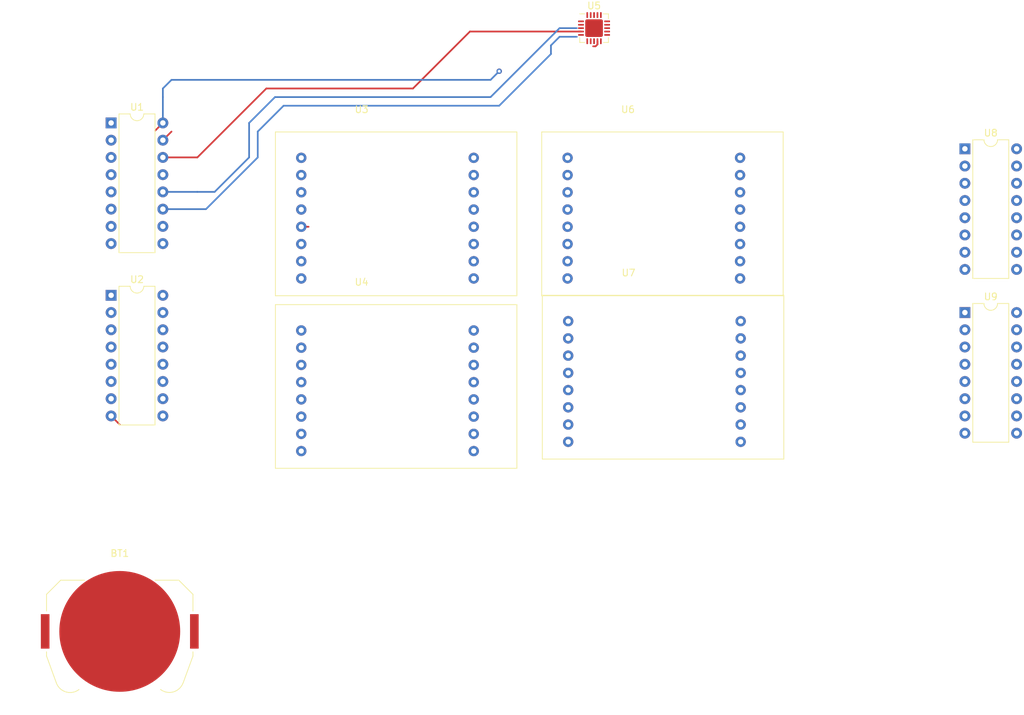
<source format=kicad_pcb>
(kicad_pcb (version 20171130) (host pcbnew "(5.1.5)-3")

  (general
    (thickness 1.6)
    (drawings 0)
    (tracks 36)
    (zones 0)
    (modules 10)
    (nets 97)
  )

  (page A4)
  (layers
    (0 F.Cu signal)
    (31 B.Cu signal)
    (32 B.Adhes user)
    (33 F.Adhes user)
    (34 B.Paste user)
    (35 F.Paste user)
    (36 B.SilkS user)
    (37 F.SilkS user)
    (38 B.Mask user)
    (39 F.Mask user)
    (40 Dwgs.User user)
    (41 Cmts.User user)
    (42 Eco1.User user)
    (43 Eco2.User user)
    (44 Edge.Cuts user)
    (45 Margin user)
    (46 B.CrtYd user)
    (47 F.CrtYd user)
    (48 B.Fab user)
    (49 F.Fab user)
  )

  (setup
    (last_trace_width 0.25)
    (trace_clearance 0.2)
    (zone_clearance 0.508)
    (zone_45_only no)
    (trace_min 0.2)
    (via_size 0.8)
    (via_drill 0.4)
    (via_min_size 0.4)
    (via_min_drill 0.3)
    (uvia_size 0.3)
    (uvia_drill 0.1)
    (uvias_allowed no)
    (uvia_min_size 0.2)
    (uvia_min_drill 0.1)
    (edge_width 0.05)
    (segment_width 0.2)
    (pcb_text_width 0.3)
    (pcb_text_size 1.5 1.5)
    (mod_edge_width 0.12)
    (mod_text_size 1 1)
    (mod_text_width 0.15)
    (pad_size 1.524 1.524)
    (pad_drill 0.762)
    (pad_to_mask_clearance 0.051)
    (solder_mask_min_width 0.25)
    (aux_axis_origin 0 0)
    (visible_elements 7FFFFFFF)
    (pcbplotparams
      (layerselection 0x010fc_ffffffff)
      (usegerberextensions false)
      (usegerberattributes false)
      (usegerberadvancedattributes false)
      (creategerberjobfile false)
      (excludeedgelayer true)
      (linewidth 0.100000)
      (plotframeref false)
      (viasonmask false)
      (mode 1)
      (useauxorigin false)
      (hpglpennumber 1)
      (hpglpenspeed 20)
      (hpglpendiameter 15.000000)
      (psnegative false)
      (psa4output false)
      (plotreference true)
      (plotvalue true)
      (plotinvisibletext false)
      (padsonsilk false)
      (subtractmaskfromsilk false)
      (outputformat 1)
      (mirror false)
      (drillshape 1)
      (scaleselection 1)
      (outputdirectory ""))
  )

  (net 0 "")
  (net 1 "Net-(BT1-Pad2)")
  (net 2 "Net-(BT1-Pad1)")
  (net 3 "Net-(U1-Pad1)")
  (net 4 "Net-(U1-Pad9)")
  (net 5 "Net-(U1-Pad2)")
  (net 6 "Net-(U1-Pad10)")
  (net 7 "Net-(U1-Pad3)")
  (net 8 "Net-(U1-Pad11)")
  (net 9 "Net-(U1-Pad4)")
  (net 10 "Net-(U1-Pad12)")
  (net 11 "Net-(U1-Pad5)")
  (net 12 "Net-(U1-Pad13)")
  (net 13 "Net-(U1-Pad6)")
  (net 14 "Net-(U1-Pad14)")
  (net 15 "Net-(U1-Pad7)")
  (net 16 "Net-(U1-Pad15)")
  (net 17 "Net-(U2-Pad15)")
  (net 18 "Net-(U2-Pad7)")
  (net 19 "Net-(U2-Pad6)")
  (net 20 "Net-(U2-Pad5)")
  (net 21 "Net-(U2-Pad12)")
  (net 22 "Net-(U2-Pad4)")
  (net 23 "Net-(U2-Pad11)")
  (net 24 "Net-(U2-Pad3)")
  (net 25 "Net-(U2-Pad2)")
  (net 26 "Net-(U2-Pad9)")
  (net 27 "Net-(U2-Pad1)")
  (net 28 "Net-(U3-Pad14)")
  (net 29 "Net-(U3-Pad13)")
  (net 30 "Net-(U3-Pad11)")
  (net 31 "Net-(U3-Pad7)")
  (net 32 "Net-(U3-Pad6)")
  (net 33 "Net-(U3-Pad4)")
  (net 34 "Net-(U3-Pad2)")
  (net 35 "Net-(U3-Pad1)")
  (net 36 "Net-(U4-Pad1)")
  (net 37 "Net-(U4-Pad2)")
  (net 38 "Net-(U4-Pad4)")
  (net 39 "Net-(U4-Pad6)")
  (net 40 "Net-(U4-Pad7)")
  (net 41 "Net-(U4-Pad11)")
  (net 42 "Net-(U4-Pad13)")
  (net 43 "Net-(U4-Pad14)")
  (net 44 GND)
  (net 45 "Net-(U5-Pad1)")
  (net 46 "Net-(U5-Pad2)")
  (net 47 "Net-(U5-Pad6)")
  (net 48 "Net-(U5-Pad7)")
  (net 49 "Net-(U5-Pad10)")
  (net 50 "Net-(U5-Pad11)")
  (net 51 "Net-(U5-Pad12)")
  (net 52 "Net-(U5-Pad13)")
  (net 53 "Net-(U5-Pad14)")
  (net 54 "Net-(U5-Pad15)")
  (net 55 "Net-(U5-Pad16)")
  (net 56 "Net-(U5-Pad17)")
  (net 57 "Net-(U5-Pad18)")
  (net 58 "Net-(U5-Pad19)")
  (net 59 "Net-(U5-Pad20)")
  (net 60 "Net-(U6-Pad1)")
  (net 61 "Net-(U6-Pad2)")
  (net 62 "Net-(U6-Pad3)")
  (net 63 "Net-(U6-Pad4)")
  (net 64 "Net-(U6-Pad5)")
  (net 65 "Net-(U6-Pad6)")
  (net 66 "Net-(U6-Pad7)")
  (net 67 "Net-(U6-Pad8)")
  (net 68 "Net-(U6-Pad9)")
  (net 69 "Net-(U6-Pad10)")
  (net 70 "Net-(U6-Pad11)")
  (net 71 "Net-(U6-Pad12)")
  (net 72 "Net-(U6-Pad13)")
  (net 73 "Net-(U6-Pad14)")
  (net 74 "Net-(U6-Pad15)")
  (net 75 "Net-(U6-Pad16)")
  (net 76 "Net-(U7-Pad16)")
  (net 77 "Net-(U7-Pad15)")
  (net 78 "Net-(U7-Pad14)")
  (net 79 "Net-(U7-Pad13)")
  (net 80 "Net-(U7-Pad12)")
  (net 81 "Net-(U7-Pad11)")
  (net 82 "Net-(U7-Pad10)")
  (net 83 "Net-(U7-Pad9)")
  (net 84 "Net-(U7-Pad8)")
  (net 85 "Net-(U7-Pad7)")
  (net 86 "Net-(U7-Pad6)")
  (net 87 "Net-(U7-Pad5)")
  (net 88 "Net-(U7-Pad4)")
  (net 89 "Net-(U7-Pad3)")
  (net 90 "Net-(U7-Pad2)")
  (net 91 "Net-(U7-Pad1)")
  (net 92 "Net-(U8-Pad9)")
  (net 93 "Net-(U8-Pad10)")
  (net 94 "Net-(U8-Pad13)")
  (net 95 "Net-(U8-Pad8)")
  (net 96 "Net-(U9-Pad9)")

  (net_class Default "This is the default net class."
    (clearance 0.2)
    (trace_width 0.25)
    (via_dia 0.8)
    (via_drill 0.4)
    (uvia_dia 0.3)
    (uvia_drill 0.1)
    (add_net GND)
    (add_net "Net-(BT1-Pad1)")
    (add_net "Net-(BT1-Pad2)")
    (add_net "Net-(U1-Pad1)")
    (add_net "Net-(U1-Pad10)")
    (add_net "Net-(U1-Pad11)")
    (add_net "Net-(U1-Pad12)")
    (add_net "Net-(U1-Pad13)")
    (add_net "Net-(U1-Pad14)")
    (add_net "Net-(U1-Pad15)")
    (add_net "Net-(U1-Pad2)")
    (add_net "Net-(U1-Pad3)")
    (add_net "Net-(U1-Pad4)")
    (add_net "Net-(U1-Pad5)")
    (add_net "Net-(U1-Pad6)")
    (add_net "Net-(U1-Pad7)")
    (add_net "Net-(U1-Pad9)")
    (add_net "Net-(U2-Pad1)")
    (add_net "Net-(U2-Pad11)")
    (add_net "Net-(U2-Pad12)")
    (add_net "Net-(U2-Pad15)")
    (add_net "Net-(U2-Pad2)")
    (add_net "Net-(U2-Pad3)")
    (add_net "Net-(U2-Pad4)")
    (add_net "Net-(U2-Pad5)")
    (add_net "Net-(U2-Pad6)")
    (add_net "Net-(U2-Pad7)")
    (add_net "Net-(U2-Pad9)")
    (add_net "Net-(U3-Pad1)")
    (add_net "Net-(U3-Pad11)")
    (add_net "Net-(U3-Pad13)")
    (add_net "Net-(U3-Pad14)")
    (add_net "Net-(U3-Pad2)")
    (add_net "Net-(U3-Pad4)")
    (add_net "Net-(U3-Pad6)")
    (add_net "Net-(U3-Pad7)")
    (add_net "Net-(U4-Pad1)")
    (add_net "Net-(U4-Pad11)")
    (add_net "Net-(U4-Pad13)")
    (add_net "Net-(U4-Pad14)")
    (add_net "Net-(U4-Pad2)")
    (add_net "Net-(U4-Pad4)")
    (add_net "Net-(U4-Pad6)")
    (add_net "Net-(U4-Pad7)")
    (add_net "Net-(U5-Pad1)")
    (add_net "Net-(U5-Pad10)")
    (add_net "Net-(U5-Pad11)")
    (add_net "Net-(U5-Pad12)")
    (add_net "Net-(U5-Pad13)")
    (add_net "Net-(U5-Pad14)")
    (add_net "Net-(U5-Pad15)")
    (add_net "Net-(U5-Pad16)")
    (add_net "Net-(U5-Pad17)")
    (add_net "Net-(U5-Pad18)")
    (add_net "Net-(U5-Pad19)")
    (add_net "Net-(U5-Pad2)")
    (add_net "Net-(U5-Pad20)")
    (add_net "Net-(U5-Pad6)")
    (add_net "Net-(U5-Pad7)")
    (add_net "Net-(U6-Pad1)")
    (add_net "Net-(U6-Pad10)")
    (add_net "Net-(U6-Pad11)")
    (add_net "Net-(U6-Pad12)")
    (add_net "Net-(U6-Pad13)")
    (add_net "Net-(U6-Pad14)")
    (add_net "Net-(U6-Pad15)")
    (add_net "Net-(U6-Pad16)")
    (add_net "Net-(U6-Pad2)")
    (add_net "Net-(U6-Pad3)")
    (add_net "Net-(U6-Pad4)")
    (add_net "Net-(U6-Pad5)")
    (add_net "Net-(U6-Pad6)")
    (add_net "Net-(U6-Pad7)")
    (add_net "Net-(U6-Pad8)")
    (add_net "Net-(U6-Pad9)")
    (add_net "Net-(U7-Pad1)")
    (add_net "Net-(U7-Pad10)")
    (add_net "Net-(U7-Pad11)")
    (add_net "Net-(U7-Pad12)")
    (add_net "Net-(U7-Pad13)")
    (add_net "Net-(U7-Pad14)")
    (add_net "Net-(U7-Pad15)")
    (add_net "Net-(U7-Pad16)")
    (add_net "Net-(U7-Pad2)")
    (add_net "Net-(U7-Pad3)")
    (add_net "Net-(U7-Pad4)")
    (add_net "Net-(U7-Pad5)")
    (add_net "Net-(U7-Pad6)")
    (add_net "Net-(U7-Pad7)")
    (add_net "Net-(U7-Pad8)")
    (add_net "Net-(U7-Pad9)")
    (add_net "Net-(U8-Pad10)")
    (add_net "Net-(U8-Pad13)")
    (add_net "Net-(U8-Pad8)")
    (add_net "Net-(U8-Pad9)")
    (add_net "Net-(U9-Pad9)")
  )

  (module led_mat:Game (layer F.Cu) (tedit 5E0A6665) (tstamp 5E0ABF54)
    (at 111.820001 86.420001)
    (path /5E0AF03D)
    (fp_text reference U3 (at -3.81 -27.44) (layer F.SilkS)
      (effects (font (size 1 1) (thickness 0.15)))
    )
    (fp_text value ledMAT (at -3.81 -28.44) (layer F.Fab)
      (effects (font (size 1 1) (thickness 0.15)))
    )
    (fp_line (start -16.51 0) (end -16.51 -24.13) (layer F.SilkS) (width 0.12))
    (fp_line (start 19.05 0) (end -16.51 0) (layer F.SilkS) (width 0.12))
    (fp_line (start 19.05 -24.13) (end 19.05 0) (layer F.SilkS) (width 0.12))
    (fp_line (start -16.51 -24.13) (end 19.05 -24.13) (layer F.SilkS) (width 0.12))
    (pad 16 thru_hole circle (at 12.7 -2.54) (size 1.524 1.524) (drill 0.762) (layers *.Cu *.Mask)
      (net 9 "Net-(U1-Pad4)"))
    (pad 15 thru_hole circle (at 12.7 -5.08) (size 1.524 1.524) (drill 0.762) (layers *.Cu *.Mask)
      (net 13 "Net-(U1-Pad6)"))
    (pad 14 thru_hole circle (at 12.7 -7.62) (size 1.524 1.524) (drill 0.762) (layers *.Cu *.Mask)
      (net 28 "Net-(U3-Pad14)"))
    (pad 13 thru_hole circle (at 12.7 -10.16) (size 1.524 1.524) (drill 0.762) (layers *.Cu *.Mask)
      (net 29 "Net-(U3-Pad13)"))
    (pad 12 thru_hole circle (at 12.7 -12.7) (size 1.524 1.524) (drill 0.762) (layers *.Cu *.Mask)
      (net 15 "Net-(U1-Pad7)"))
    (pad 11 thru_hole circle (at 12.7 -15.24) (size 1.524 1.524) (drill 0.762) (layers *.Cu *.Mask)
      (net 30 "Net-(U3-Pad11)"))
    (pad 10 thru_hole circle (at 12.7 -17.78) (size 1.524 1.524) (drill 0.762) (layers *.Cu *.Mask)
      (net 11 "Net-(U1-Pad5)"))
    (pad 9 thru_hole circle (at 12.7 -20.32) (size 1.524 1.524) (drill 0.762) (layers *.Cu *.Mask)
      (net 5 "Net-(U1-Pad2)"))
    (pad 8 thru_hole circle (at -12.7 -20.32) (size 1.524 1.524) (drill 0.762) (layers *.Cu *.Mask)
      (net 16 "Net-(U1-Pad15)"))
    (pad 7 thru_hole circle (at -12.7 -17.78) (size 1.524 1.524) (drill 0.762) (layers *.Cu *.Mask)
      (net 31 "Net-(U3-Pad7)"))
    (pad 6 thru_hole circle (at -12.7 -2.54) (size 1.524 1.524) (drill 0.762) (layers *.Cu *.Mask)
      (net 32 "Net-(U3-Pad6)"))
    (pad 5 thru_hole circle (at -12.7 -5.08) (size 1.524 1.524) (drill 0.762) (layers *.Cu *.Mask)
      (net 7 "Net-(U1-Pad3)"))
    (pad 4 thru_hole circle (at -12.7 -7.62) (size 1.524 1.524) (drill 0.762) (layers *.Cu *.Mask)
      (net 33 "Net-(U3-Pad4)"))
    (pad 3 thru_hole circle (at -12.7 -10.16) (size 1.524 1.524) (drill 0.762) (layers *.Cu *.Mask)
      (net 3 "Net-(U1-Pad1)"))
    (pad 2 thru_hole circle (at -12.7 -12.7) (size 1.524 1.524) (drill 0.762) (layers *.Cu *.Mask)
      (net 34 "Net-(U3-Pad2)"))
    (pad 1 thru_hole circle (at -12.7 -15.24) (size 1.524 1.524) (drill 0.762) (layers *.Cu *.Mask)
      (net 35 "Net-(U3-Pad1)"))
  )

  (module Battery:BatteryHolder_Keystone_3034_1x20mm (layer F.Cu) (tedit 5D9CBF18) (tstamp 5E0ABEF4)
    (at 72.39 135.89)
    (descr "Keystone 3034 SMD battery holder for 2020, 2025 and 2032 coincell batteries. http://www.keyelco.com/product-pdf.cfm?p=798")
    (tags "Keystone type 3034 coin cell retainer")
    (path /5E09AA81)
    (attr smd)
    (fp_text reference BT1 (at 0 -11.5) (layer F.SilkS)
      (effects (font (size 1 1) (thickness 0.15)))
    )
    (fp_text value Battery_Cell (at 0 11.5) (layer F.Fab)
      (effects (font (size 1 1) (thickness 0.15)))
    )
    (fp_text user %R (at 0 -2.9) (layer F.Fab)
      (effects (font (size 1 1) (thickness 0.15)))
    )
    (fp_circle (center 0 0) (end 0 10.25) (layer Dwgs.User) (width 0.15))
    (fp_arc (start -7.31 6.85) (end -9.34 7.58) (angle -107.5) (layer F.SilkS) (width 0.12))
    (fp_line (start -10.78 3.63) (end -9.34 7.58) (layer F.SilkS) (width 0.12))
    (fp_line (start -8.7 -7.54) (end -10.78 -5.46) (layer F.SilkS) (width 0.12))
    (fp_line (start -5.2 -7.54) (end -8.7 -7.54) (layer F.SilkS) (width 0.12))
    (fp_line (start 8.7 -7.54) (end 10.78 -5.46) (layer F.SilkS) (width 0.12))
    (fp_line (start 10.78 3.63) (end 9.34 7.58) (layer F.SilkS) (width 0.12))
    (fp_arc (start 7.31 6.85) (end 6 8.55) (angle -107.5) (layer F.SilkS) (width 0.12))
    (fp_line (start -10.78 -5.46) (end -10.78 -3) (layer F.SilkS) (width 0.12))
    (fp_line (start -10.78 3) (end -10.78 3.63) (layer F.SilkS) (width 0.12))
    (fp_line (start 10.78 -5.46) (end 10.78 -3) (layer F.SilkS) (width 0.12))
    (fp_line (start 10.78 3) (end 10.78 3.63) (layer F.SilkS) (width 0.12))
    (fp_line (start -9.19 7.53) (end -10.63 3.6) (layer F.Fab) (width 0.1))
    (fp_line (start -10.63 3.6) (end -10.63 -5.4) (layer F.Fab) (width 0.1))
    (fp_line (start -10.63 -5.4) (end -8.64 -7.39) (layer F.Fab) (width 0.1))
    (fp_line (start -8.64 -7.39) (end 8.64 -7.39) (layer F.Fab) (width 0.1))
    (fp_line (start 8.64 -7.39) (end 10.63 -5.4) (layer F.Fab) (width 0.1))
    (fp_line (start 10.63 -5.4) (end 10.63 3.6) (layer F.Fab) (width 0.1))
    (fp_line (start 10.63 3.6) (end 9.19 7.53) (layer F.Fab) (width 0.1))
    (fp_arc (start 7.31 6.85) (end 6.1 8.43) (angle -107.5) (layer F.Fab) (width 0.1))
    (fp_arc (start 0 16.36) (end 6.1 8.43) (angle -75.1) (layer F.Fab) (width 0.1))
    (fp_arc (start -7.31 6.85) (end -9.19 7.53) (angle -107.5) (layer F.Fab) (width 0.1))
    (fp_line (start 11.87 -2.79) (end 10.88 -2.79) (layer F.CrtYd) (width 0.05))
    (fp_line (start 10.88 -2.79) (end 10.88 -5.5) (layer F.CrtYd) (width 0.05))
    (fp_line (start 10.88 -5.5) (end 8.74 -7.64) (layer F.CrtYd) (width 0.05))
    (fp_line (start 8.74 -7.64) (end 7.2 -7.64) (layer F.CrtYd) (width 0.05))
    (fp_arc (start 0 0) (end 7.2 -7.64) (angle -86.6) (layer F.CrtYd) (width 0.05))
    (fp_line (start -7.2 -7.64) (end -8.74 -7.64) (layer F.CrtYd) (width 0.05))
    (fp_line (start -8.74 -7.64) (end -10.88 -5.5) (layer F.CrtYd) (width 0.05))
    (fp_line (start -10.88 -5.5) (end -10.88 -2.79) (layer F.CrtYd) (width 0.05))
    (fp_line (start -10.88 -2.79) (end -11.87 -2.79) (layer F.CrtYd) (width 0.05))
    (fp_line (start -11.87 -2.79) (end -11.87 2.79) (layer F.CrtYd) (width 0.05))
    (fp_line (start -11.87 2.79) (end -10.88 2.79) (layer F.CrtYd) (width 0.05))
    (fp_line (start -10.88 2.79) (end -10.88 3.64) (layer F.CrtYd) (width 0.05))
    (fp_line (start -10.88 3.64) (end -9.44 7.62) (layer F.CrtYd) (width 0.05))
    (fp_arc (start -7.31 6.85) (end -9.43 7.62) (angle -106.9) (layer F.CrtYd) (width 0.05))
    (fp_arc (start 0 0) (end -5.96 8.64) (angle -69.1) (layer F.CrtYd) (width 0.05))
    (fp_arc (start 7.31 6.85) (end 5.96 8.64) (angle -106.9) (layer F.CrtYd) (width 0.05))
    (fp_line (start 9.43 7.63) (end 10.88 3.64) (layer F.CrtYd) (width 0.05))
    (fp_line (start 10.88 3.64) (end 10.88 2.79) (layer F.CrtYd) (width 0.05))
    (fp_line (start 10.88 2.79) (end 11.87 2.79) (layer F.CrtYd) (width 0.05))
    (fp_line (start 11.87 2.79) (end 11.87 -2.79) (layer F.CrtYd) (width 0.05))
    (fp_line (start 8.7 -7.54) (end 5.2 -7.54) (layer F.SilkS) (width 0.12))
    (pad 2 smd circle (at 0 0) (size 17.8 17.8) (layers F.Cu F.Mask)
      (net 1 "Net-(BT1-Pad2)"))
    (pad 1 smd rect (at 10.985 0) (size 1.27 5.08) (layers F.Cu F.Paste F.Mask)
      (net 2 "Net-(BT1-Pad1)"))
    (pad 1 smd rect (at -10.985 0) (size 1.27 5.08) (layers F.Cu F.Paste F.Mask)
      (net 2 "Net-(BT1-Pad1)"))
    (model ${KISYS3DMOD}/Battery.3dshapes/BatteryHolder_Keystone_3034_1x20mm.wrl
      (at (xyz 0 0 0))
      (scale (xyz 1 1 1))
      (rotate (xyz 0 0 0))
    )
  )

  (module Package_DIP:DIP-16_W7.62mm (layer F.Cu) (tedit 5A02E8C5) (tstamp 5E0ABF18)
    (at 71.12 60.96)
    (descr "16-lead though-hole mounted DIP package, row spacing 7.62 mm (300 mils)")
    (tags "THT DIP DIL PDIP 2.54mm 7.62mm 300mil")
    (path /5E0B7543)
    (fp_text reference U1 (at 3.81 -2.33) (layer F.SilkS)
      (effects (font (size 1 1) (thickness 0.15)))
    )
    (fp_text value 74HC595 (at 3.81 20.11) (layer F.Fab)
      (effects (font (size 1 1) (thickness 0.15)))
    )
    (fp_arc (start 3.81 -1.33) (end 2.81 -1.33) (angle -180) (layer F.SilkS) (width 0.12))
    (fp_line (start 1.635 -1.27) (end 6.985 -1.27) (layer F.Fab) (width 0.1))
    (fp_line (start 6.985 -1.27) (end 6.985 19.05) (layer F.Fab) (width 0.1))
    (fp_line (start 6.985 19.05) (end 0.635 19.05) (layer F.Fab) (width 0.1))
    (fp_line (start 0.635 19.05) (end 0.635 -0.27) (layer F.Fab) (width 0.1))
    (fp_line (start 0.635 -0.27) (end 1.635 -1.27) (layer F.Fab) (width 0.1))
    (fp_line (start 2.81 -1.33) (end 1.16 -1.33) (layer F.SilkS) (width 0.12))
    (fp_line (start 1.16 -1.33) (end 1.16 19.11) (layer F.SilkS) (width 0.12))
    (fp_line (start 1.16 19.11) (end 6.46 19.11) (layer F.SilkS) (width 0.12))
    (fp_line (start 6.46 19.11) (end 6.46 -1.33) (layer F.SilkS) (width 0.12))
    (fp_line (start 6.46 -1.33) (end 4.81 -1.33) (layer F.SilkS) (width 0.12))
    (fp_line (start -1.1 -1.55) (end -1.1 19.3) (layer F.CrtYd) (width 0.05))
    (fp_line (start -1.1 19.3) (end 8.7 19.3) (layer F.CrtYd) (width 0.05))
    (fp_line (start 8.7 19.3) (end 8.7 -1.55) (layer F.CrtYd) (width 0.05))
    (fp_line (start 8.7 -1.55) (end -1.1 -1.55) (layer F.CrtYd) (width 0.05))
    (fp_text user %R (at -15.24 12.7) (layer F.Fab)
      (effects (font (size 1 1) (thickness 0.15)))
    )
    (pad 1 thru_hole rect (at 0 0) (size 1.6 1.6) (drill 0.8) (layers *.Cu *.Mask)
      (net 3 "Net-(U1-Pad1)"))
    (pad 9 thru_hole oval (at 7.62 17.78) (size 1.6 1.6) (drill 0.8) (layers *.Cu *.Mask)
      (net 4 "Net-(U1-Pad9)"))
    (pad 2 thru_hole oval (at 0 2.54) (size 1.6 1.6) (drill 0.8) (layers *.Cu *.Mask)
      (net 5 "Net-(U1-Pad2)"))
    (pad 10 thru_hole oval (at 7.62 15.24) (size 1.6 1.6) (drill 0.8) (layers *.Cu *.Mask)
      (net 6 "Net-(U1-Pad10)"))
    (pad 3 thru_hole oval (at 0 5.08) (size 1.6 1.6) (drill 0.8) (layers *.Cu *.Mask)
      (net 7 "Net-(U1-Pad3)"))
    (pad 11 thru_hole oval (at 7.62 12.7) (size 1.6 1.6) (drill 0.8) (layers *.Cu *.Mask)
      (net 8 "Net-(U1-Pad11)"))
    (pad 4 thru_hole oval (at 0 7.62) (size 1.6 1.6) (drill 0.8) (layers *.Cu *.Mask)
      (net 9 "Net-(U1-Pad4)"))
    (pad 12 thru_hole oval (at 7.62 10.16) (size 1.6 1.6) (drill 0.8) (layers *.Cu *.Mask)
      (net 10 "Net-(U1-Pad12)"))
    (pad 5 thru_hole oval (at 0 10.16) (size 1.6 1.6) (drill 0.8) (layers *.Cu *.Mask)
      (net 11 "Net-(U1-Pad5)"))
    (pad 13 thru_hole oval (at 7.62 7.62) (size 1.6 1.6) (drill 0.8) (layers *.Cu *.Mask)
      (net 12 "Net-(U1-Pad13)"))
    (pad 6 thru_hole oval (at 0 12.7) (size 1.6 1.6) (drill 0.8) (layers *.Cu *.Mask)
      (net 13 "Net-(U1-Pad6)"))
    (pad 14 thru_hole oval (at 7.62 5.08) (size 1.6 1.6) (drill 0.8) (layers *.Cu *.Mask)
      (net 14 "Net-(U1-Pad14)"))
    (pad 7 thru_hole oval (at 0 15.24) (size 1.6 1.6) (drill 0.8) (layers *.Cu *.Mask)
      (net 15 "Net-(U1-Pad7)"))
    (pad 15 thru_hole oval (at 7.62 2.54) (size 1.6 1.6) (drill 0.8) (layers *.Cu *.Mask)
      (net 16 "Net-(U1-Pad15)"))
    (pad 8 thru_hole oval (at 0 17.78) (size 1.6 1.6) (drill 0.8) (layers *.Cu *.Mask)
      (net 1 "Net-(BT1-Pad2)"))
    (pad 16 thru_hole oval (at 7.62 0) (size 1.6 1.6) (drill 0.8) (layers *.Cu *.Mask)
      (net 2 "Net-(BT1-Pad1)"))
    (model ${KISYS3DMOD}/Package_DIP.3dshapes/DIP-16_W7.62mm.wrl
      (at (xyz 0 0 0))
      (scale (xyz 1 1 1))
      (rotate (xyz 0 0 0))
    )
  )

  (module Package_DIP:DIP-16_W7.62mm (layer F.Cu) (tedit 5A02E8C5) (tstamp 5E0ABF3C)
    (at 71.12 86.36)
    (descr "16-lead though-hole mounted DIP package, row spacing 7.62 mm (300 mils)")
    (tags "THT DIP DIL PDIP 2.54mm 7.62mm 300mil")
    (path /5E0BB138)
    (fp_text reference U2 (at 3.81 -2.33) (layer F.SilkS)
      (effects (font (size 1 1) (thickness 0.15)))
    )
    (fp_text value 74HC595 (at 3.81 20.11) (layer F.Fab)
      (effects (font (size 1 1) (thickness 0.15)))
    )
    (fp_text user %R (at 3.81 8.89) (layer F.Fab)
      (effects (font (size 1 1) (thickness 0.15)))
    )
    (fp_line (start 8.7 -1.55) (end -1.1 -1.55) (layer F.CrtYd) (width 0.05))
    (fp_line (start 8.7 19.3) (end 8.7 -1.55) (layer F.CrtYd) (width 0.05))
    (fp_line (start -1.1 19.3) (end 8.7 19.3) (layer F.CrtYd) (width 0.05))
    (fp_line (start -1.1 -1.55) (end -1.1 19.3) (layer F.CrtYd) (width 0.05))
    (fp_line (start 6.46 -1.33) (end 4.81 -1.33) (layer F.SilkS) (width 0.12))
    (fp_line (start 6.46 19.11) (end 6.46 -1.33) (layer F.SilkS) (width 0.12))
    (fp_line (start 1.16 19.11) (end 6.46 19.11) (layer F.SilkS) (width 0.12))
    (fp_line (start 1.16 -1.33) (end 1.16 19.11) (layer F.SilkS) (width 0.12))
    (fp_line (start 2.81 -1.33) (end 1.16 -1.33) (layer F.SilkS) (width 0.12))
    (fp_line (start 0.635 -0.27) (end 1.635 -1.27) (layer F.Fab) (width 0.1))
    (fp_line (start 0.635 19.05) (end 0.635 -0.27) (layer F.Fab) (width 0.1))
    (fp_line (start 6.985 19.05) (end 0.635 19.05) (layer F.Fab) (width 0.1))
    (fp_line (start 6.985 -1.27) (end 6.985 19.05) (layer F.Fab) (width 0.1))
    (fp_line (start 1.635 -1.27) (end 6.985 -1.27) (layer F.Fab) (width 0.1))
    (fp_arc (start 3.81 -1.33) (end 2.81 -1.33) (angle -180) (layer F.SilkS) (width 0.12))
    (pad 16 thru_hole oval (at 7.62 0) (size 1.6 1.6) (drill 0.8) (layers *.Cu *.Mask)
      (net 2 "Net-(BT1-Pad1)"))
    (pad 8 thru_hole oval (at 0 17.78) (size 1.6 1.6) (drill 0.8) (layers *.Cu *.Mask)
      (net 1 "Net-(BT1-Pad2)"))
    (pad 15 thru_hole oval (at 7.62 2.54) (size 1.6 1.6) (drill 0.8) (layers *.Cu *.Mask)
      (net 17 "Net-(U2-Pad15)"))
    (pad 7 thru_hole oval (at 0 15.24) (size 1.6 1.6) (drill 0.8) (layers *.Cu *.Mask)
      (net 18 "Net-(U2-Pad7)"))
    (pad 14 thru_hole oval (at 7.62 5.08) (size 1.6 1.6) (drill 0.8) (layers *.Cu *.Mask)
      (net 4 "Net-(U1-Pad9)"))
    (pad 6 thru_hole oval (at 0 12.7) (size 1.6 1.6) (drill 0.8) (layers *.Cu *.Mask)
      (net 19 "Net-(U2-Pad6)"))
    (pad 13 thru_hole oval (at 7.62 7.62) (size 1.6 1.6) (drill 0.8) (layers *.Cu *.Mask)
      (net 12 "Net-(U1-Pad13)"))
    (pad 5 thru_hole oval (at 0 10.16) (size 1.6 1.6) (drill 0.8) (layers *.Cu *.Mask)
      (net 20 "Net-(U2-Pad5)"))
    (pad 12 thru_hole oval (at 7.62 10.16) (size 1.6 1.6) (drill 0.8) (layers *.Cu *.Mask)
      (net 21 "Net-(U2-Pad12)"))
    (pad 4 thru_hole oval (at 0 7.62) (size 1.6 1.6) (drill 0.8) (layers *.Cu *.Mask)
      (net 22 "Net-(U2-Pad4)"))
    (pad 11 thru_hole oval (at 7.62 12.7) (size 1.6 1.6) (drill 0.8) (layers *.Cu *.Mask)
      (net 23 "Net-(U2-Pad11)"))
    (pad 3 thru_hole oval (at 0 5.08) (size 1.6 1.6) (drill 0.8) (layers *.Cu *.Mask)
      (net 24 "Net-(U2-Pad3)"))
    (pad 10 thru_hole oval (at 7.62 15.24) (size 1.6 1.6) (drill 0.8) (layers *.Cu *.Mask)
      (net 6 "Net-(U1-Pad10)"))
    (pad 2 thru_hole oval (at 0 2.54) (size 1.6 1.6) (drill 0.8) (layers *.Cu *.Mask)
      (net 25 "Net-(U2-Pad2)"))
    (pad 9 thru_hole oval (at 7.62 17.78) (size 1.6 1.6) (drill 0.8) (layers *.Cu *.Mask)
      (net 26 "Net-(U2-Pad9)"))
    (pad 1 thru_hole rect (at 0 0) (size 1.6 1.6) (drill 0.8) (layers *.Cu *.Mask)
      (net 27 "Net-(U2-Pad1)"))
    (model ${KISYS3DMOD}/Package_DIP.3dshapes/DIP-16_W7.62mm.wrl
      (at (xyz 0 0 0))
      (scale (xyz 1 1 1))
      (rotate (xyz 0 0 0))
    )
  )

  (module led_mat:Game (layer F.Cu) (tedit 5E0A6665) (tstamp 5E0ABF6C)
    (at 111.820001 111.860001)
    (path /5E0AE3FB)
    (fp_text reference U4 (at -3.81 -27.44) (layer F.SilkS)
      (effects (font (size 1 1) (thickness 0.15)))
    )
    (fp_text value ledMAT (at -3.81 -28.44) (layer F.Fab)
      (effects (font (size 1 1) (thickness 0.15)))
    )
    (fp_line (start -16.51 -24.13) (end 19.05 -24.13) (layer F.SilkS) (width 0.12))
    (fp_line (start 19.05 -24.13) (end 19.05 0) (layer F.SilkS) (width 0.12))
    (fp_line (start 19.05 0) (end -16.51 0) (layer F.SilkS) (width 0.12))
    (fp_line (start -16.51 0) (end -16.51 -24.13) (layer F.SilkS) (width 0.12))
    (pad 1 thru_hole circle (at -12.7 -15.24) (size 1.524 1.524) (drill 0.762) (layers *.Cu *.Mask)
      (net 36 "Net-(U4-Pad1)"))
    (pad 2 thru_hole circle (at -12.7 -12.7) (size 1.524 1.524) (drill 0.762) (layers *.Cu *.Mask)
      (net 37 "Net-(U4-Pad2)"))
    (pad 3 thru_hole circle (at -12.7 -10.16) (size 1.524 1.524) (drill 0.762) (layers *.Cu *.Mask)
      (net 27 "Net-(U2-Pad1)"))
    (pad 4 thru_hole circle (at -12.7 -7.62) (size 1.524 1.524) (drill 0.762) (layers *.Cu *.Mask)
      (net 38 "Net-(U4-Pad4)"))
    (pad 5 thru_hole circle (at -12.7 -5.08) (size 1.524 1.524) (drill 0.762) (layers *.Cu *.Mask)
      (net 24 "Net-(U2-Pad3)"))
    (pad 6 thru_hole circle (at -12.7 -2.54) (size 1.524 1.524) (drill 0.762) (layers *.Cu *.Mask)
      (net 39 "Net-(U4-Pad6)"))
    (pad 7 thru_hole circle (at -12.7 -17.78) (size 1.524 1.524) (drill 0.762) (layers *.Cu *.Mask)
      (net 40 "Net-(U4-Pad7)"))
    (pad 8 thru_hole circle (at -12.7 -20.32) (size 1.524 1.524) (drill 0.762) (layers *.Cu *.Mask)
      (net 17 "Net-(U2-Pad15)"))
    (pad 9 thru_hole circle (at 12.7 -20.32) (size 1.524 1.524) (drill 0.762) (layers *.Cu *.Mask)
      (net 25 "Net-(U2-Pad2)"))
    (pad 10 thru_hole circle (at 12.7 -17.78) (size 1.524 1.524) (drill 0.762) (layers *.Cu *.Mask)
      (net 20 "Net-(U2-Pad5)"))
    (pad 11 thru_hole circle (at 12.7 -15.24) (size 1.524 1.524) (drill 0.762) (layers *.Cu *.Mask)
      (net 41 "Net-(U4-Pad11)"))
    (pad 12 thru_hole circle (at 12.7 -12.7) (size 1.524 1.524) (drill 0.762) (layers *.Cu *.Mask)
      (net 18 "Net-(U2-Pad7)"))
    (pad 13 thru_hole circle (at 12.7 -10.16) (size 1.524 1.524) (drill 0.762) (layers *.Cu *.Mask)
      (net 42 "Net-(U4-Pad13)"))
    (pad 14 thru_hole circle (at 12.7 -7.62) (size 1.524 1.524) (drill 0.762) (layers *.Cu *.Mask)
      (net 43 "Net-(U4-Pad14)"))
    (pad 15 thru_hole circle (at 12.7 -5.08) (size 1.524 1.524) (drill 0.762) (layers *.Cu *.Mask)
      (net 19 "Net-(U2-Pad6)"))
    (pad 16 thru_hole circle (at 12.7 -2.54) (size 1.524 1.524) (drill 0.762) (layers *.Cu *.Mask)
      (net 22 "Net-(U2-Pad4)"))
  )

  (module Package_DFN_QFN:QFN-20-1EP_4x4mm_P0.5mm_EP2.6x2.6mm (layer F.Cu) (tedit 5C1FE963) (tstamp 5E0ABF9A)
    (at 142.24 46.99)
    (descr "QFN, 20 Pin (http://ww1.microchip.com/downloads/en/DeviceDoc/doc2535.pdf#page=164), generated with kicad-footprint-generator ipc_dfn_qfn_generator.py")
    (tags "QFN DFN_QFN")
    (path /5E099A48)
    (attr smd)
    (fp_text reference U5 (at 0 -3.3) (layer F.SilkS)
      (effects (font (size 1 1) (thickness 0.15)))
    )
    (fp_text value ATtiny24A-MU (at 0 3.3) (layer F.Fab)
      (effects (font (size 1 1) (thickness 0.15)))
    )
    (fp_line (start 1.385 -2.11) (end 2.11 -2.11) (layer F.SilkS) (width 0.12))
    (fp_line (start 2.11 -2.11) (end 2.11 -1.385) (layer F.SilkS) (width 0.12))
    (fp_line (start -1.385 2.11) (end -2.11 2.11) (layer F.SilkS) (width 0.12))
    (fp_line (start -2.11 2.11) (end -2.11 1.385) (layer F.SilkS) (width 0.12))
    (fp_line (start 1.385 2.11) (end 2.11 2.11) (layer F.SilkS) (width 0.12))
    (fp_line (start 2.11 2.11) (end 2.11 1.385) (layer F.SilkS) (width 0.12))
    (fp_line (start -1.385 -2.11) (end -2.11 -2.11) (layer F.SilkS) (width 0.12))
    (fp_line (start -1 -2) (end 2 -2) (layer F.Fab) (width 0.1))
    (fp_line (start 2 -2) (end 2 2) (layer F.Fab) (width 0.1))
    (fp_line (start 2 2) (end -2 2) (layer F.Fab) (width 0.1))
    (fp_line (start -2 2) (end -2 -1) (layer F.Fab) (width 0.1))
    (fp_line (start -2 -1) (end -1 -2) (layer F.Fab) (width 0.1))
    (fp_line (start -2.6 -2.6) (end -2.6 2.6) (layer F.CrtYd) (width 0.05))
    (fp_line (start -2.6 2.6) (end 2.6 2.6) (layer F.CrtYd) (width 0.05))
    (fp_line (start 2.6 2.6) (end 2.6 -2.6) (layer F.CrtYd) (width 0.05))
    (fp_line (start 2.6 -2.6) (end -2.6 -2.6) (layer F.CrtYd) (width 0.05))
    (fp_text user %R (at 0 0) (layer F.Fab)
      (effects (font (size 1 1) (thickness 0.15)))
    )
    (pad 21 smd roundrect (at 0 0) (size 2.6 2.6) (layers F.Cu F.Mask) (roundrect_rratio 0.096154)
      (net 44 GND))
    (pad "" smd roundrect (at -0.65 -0.65) (size 1.05 1.05) (layers F.Paste) (roundrect_rratio 0.238095))
    (pad "" smd roundrect (at -0.65 0.65) (size 1.05 1.05) (layers F.Paste) (roundrect_rratio 0.238095))
    (pad "" smd roundrect (at 0.65 -0.65) (size 1.05 1.05) (layers F.Paste) (roundrect_rratio 0.238095))
    (pad "" smd roundrect (at 0.65 0.65) (size 1.05 1.05) (layers F.Paste) (roundrect_rratio 0.238095))
    (pad 1 smd roundrect (at -1.925 -1) (size 0.85 0.25) (layers F.Cu F.Paste F.Mask) (roundrect_rratio 0.25)
      (net 45 "Net-(U5-Pad1)"))
    (pad 2 smd roundrect (at -1.925 -0.5) (size 0.85 0.25) (layers F.Cu F.Paste F.Mask) (roundrect_rratio 0.25)
      (net 46 "Net-(U5-Pad2)"))
    (pad 3 smd roundrect (at -1.925 0) (size 0.85 0.25) (layers F.Cu F.Paste F.Mask) (roundrect_rratio 0.25)
      (net 10 "Net-(U1-Pad12)"))
    (pad 4 smd roundrect (at -1.925 0.5) (size 0.85 0.25) (layers F.Cu F.Paste F.Mask) (roundrect_rratio 0.25)
      (net 14 "Net-(U1-Pad14)"))
    (pad 5 smd roundrect (at -1.925 1) (size 0.85 0.25) (layers F.Cu F.Paste F.Mask) (roundrect_rratio 0.25)
      (net 8 "Net-(U1-Pad11)"))
    (pad 6 smd roundrect (at -1 1.925) (size 0.25 0.85) (layers F.Cu F.Paste F.Mask) (roundrect_rratio 0.25)
      (net 47 "Net-(U5-Pad6)"))
    (pad 7 smd roundrect (at -0.5 1.925) (size 0.25 0.85) (layers F.Cu F.Paste F.Mask) (roundrect_rratio 0.25)
      (net 48 "Net-(U5-Pad7)"))
    (pad 8 smd roundrect (at 0 1.925) (size 0.25 0.85) (layers F.Cu F.Paste F.Mask) (roundrect_rratio 0.25)
      (net 44 GND))
    (pad 9 smd roundrect (at 0.5 1.925) (size 0.25 0.85) (layers F.Cu F.Paste F.Mask) (roundrect_rratio 0.25)
      (net 2 "Net-(BT1-Pad1)"))
    (pad 10 smd roundrect (at 1 1.925) (size 0.25 0.85) (layers F.Cu F.Paste F.Mask) (roundrect_rratio 0.25)
      (net 49 "Net-(U5-Pad10)"))
    (pad 11 smd roundrect (at 1.925 1) (size 0.85 0.25) (layers F.Cu F.Paste F.Mask) (roundrect_rratio 0.25)
      (net 50 "Net-(U5-Pad11)"))
    (pad 12 smd roundrect (at 1.925 0.5) (size 0.85 0.25) (layers F.Cu F.Paste F.Mask) (roundrect_rratio 0.25)
      (net 51 "Net-(U5-Pad12)"))
    (pad 13 smd roundrect (at 1.925 0) (size 0.85 0.25) (layers F.Cu F.Paste F.Mask) (roundrect_rratio 0.25)
      (net 52 "Net-(U5-Pad13)"))
    (pad 14 smd roundrect (at 1.925 -0.5) (size 0.85 0.25) (layers F.Cu F.Paste F.Mask) (roundrect_rratio 0.25)
      (net 53 "Net-(U5-Pad14)"))
    (pad 15 smd roundrect (at 1.925 -1) (size 0.85 0.25) (layers F.Cu F.Paste F.Mask) (roundrect_rratio 0.25)
      (net 54 "Net-(U5-Pad15)"))
    (pad 16 smd roundrect (at 1 -1.925) (size 0.25 0.85) (layers F.Cu F.Paste F.Mask) (roundrect_rratio 0.25)
      (net 55 "Net-(U5-Pad16)"))
    (pad 17 smd roundrect (at 0.5 -1.925) (size 0.25 0.85) (layers F.Cu F.Paste F.Mask) (roundrect_rratio 0.25)
      (net 56 "Net-(U5-Pad17)"))
    (pad 18 smd roundrect (at 0 -1.925) (size 0.25 0.85) (layers F.Cu F.Paste F.Mask) (roundrect_rratio 0.25)
      (net 57 "Net-(U5-Pad18)"))
    (pad 19 smd roundrect (at -0.5 -1.925) (size 0.25 0.85) (layers F.Cu F.Paste F.Mask) (roundrect_rratio 0.25)
      (net 58 "Net-(U5-Pad19)"))
    (pad 20 smd roundrect (at -1 -1.925) (size 0.25 0.85) (layers F.Cu F.Paste F.Mask) (roundrect_rratio 0.25)
      (net 59 "Net-(U5-Pad20)"))
    (model ${KISYS3DMOD}/Package_DFN_QFN.3dshapes/QFN-20-1EP_4x4mm_P0.5mm_EP2.6x2.6mm.wrl
      (at (xyz 0 0 0))
      (scale (xyz 1 1 1))
      (rotate (xyz 0 0 0))
    )
  )

  (module led_mat:Game (layer F.Cu) (tedit 5E0A6665) (tstamp 5E0ABFB2)
    (at 151.040001 86.420001)
    (path /5E0AC235)
    (fp_text reference U6 (at -3.81 -27.44) (layer F.SilkS)
      (effects (font (size 1 1) (thickness 0.15)))
    )
    (fp_text value ledMAT (at -3.81 -28.44) (layer F.Fab)
      (effects (font (size 1 1) (thickness 0.15)))
    )
    (fp_line (start -16.51 -24.13) (end 19.05 -24.13) (layer F.SilkS) (width 0.12))
    (fp_line (start 19.05 -24.13) (end 19.05 0) (layer F.SilkS) (width 0.12))
    (fp_line (start 19.05 0) (end -16.51 0) (layer F.SilkS) (width 0.12))
    (fp_line (start -16.51 0) (end -16.51 -24.13) (layer F.SilkS) (width 0.12))
    (pad 1 thru_hole circle (at -12.7 -15.24) (size 1.524 1.524) (drill 0.762) (layers *.Cu *.Mask)
      (net 60 "Net-(U6-Pad1)"))
    (pad 2 thru_hole circle (at -12.7 -12.7) (size 1.524 1.524) (drill 0.762) (layers *.Cu *.Mask)
      (net 61 "Net-(U6-Pad2)"))
    (pad 3 thru_hole circle (at -12.7 -10.16) (size 1.524 1.524) (drill 0.762) (layers *.Cu *.Mask)
      (net 62 "Net-(U6-Pad3)"))
    (pad 4 thru_hole circle (at -12.7 -7.62) (size 1.524 1.524) (drill 0.762) (layers *.Cu *.Mask)
      (net 63 "Net-(U6-Pad4)"))
    (pad 5 thru_hole circle (at -12.7 -5.08) (size 1.524 1.524) (drill 0.762) (layers *.Cu *.Mask)
      (net 64 "Net-(U6-Pad5)"))
    (pad 6 thru_hole circle (at -12.7 -2.54) (size 1.524 1.524) (drill 0.762) (layers *.Cu *.Mask)
      (net 65 "Net-(U6-Pad6)"))
    (pad 7 thru_hole circle (at -12.7 -17.78) (size 1.524 1.524) (drill 0.762) (layers *.Cu *.Mask)
      (net 66 "Net-(U6-Pad7)"))
    (pad 8 thru_hole circle (at -12.7 -20.32) (size 1.524 1.524) (drill 0.762) (layers *.Cu *.Mask)
      (net 67 "Net-(U6-Pad8)"))
    (pad 9 thru_hole circle (at 12.7 -20.32) (size 1.524 1.524) (drill 0.762) (layers *.Cu *.Mask)
      (net 68 "Net-(U6-Pad9)"))
    (pad 10 thru_hole circle (at 12.7 -17.78) (size 1.524 1.524) (drill 0.762) (layers *.Cu *.Mask)
      (net 69 "Net-(U6-Pad10)"))
    (pad 11 thru_hole circle (at 12.7 -15.24) (size 1.524 1.524) (drill 0.762) (layers *.Cu *.Mask)
      (net 70 "Net-(U6-Pad11)"))
    (pad 12 thru_hole circle (at 12.7 -12.7) (size 1.524 1.524) (drill 0.762) (layers *.Cu *.Mask)
      (net 71 "Net-(U6-Pad12)"))
    (pad 13 thru_hole circle (at 12.7 -10.16) (size 1.524 1.524) (drill 0.762) (layers *.Cu *.Mask)
      (net 72 "Net-(U6-Pad13)"))
    (pad 14 thru_hole circle (at 12.7 -7.62) (size 1.524 1.524) (drill 0.762) (layers *.Cu *.Mask)
      (net 73 "Net-(U6-Pad14)"))
    (pad 15 thru_hole circle (at 12.7 -5.08) (size 1.524 1.524) (drill 0.762) (layers *.Cu *.Mask)
      (net 74 "Net-(U6-Pad15)"))
    (pad 16 thru_hole circle (at 12.7 -2.54) (size 1.524 1.524) (drill 0.762) (layers *.Cu *.Mask)
      (net 75 "Net-(U6-Pad16)"))
  )

  (module led_mat:Game (layer F.Cu) (tedit 5E0A6665) (tstamp 5E0ABFCA)
    (at 151.13 110.49)
    (path /5E0ADB76)
    (fp_text reference U7 (at -3.81 -27.44) (layer F.SilkS)
      (effects (font (size 1 1) (thickness 0.15)))
    )
    (fp_text value ledMAT (at -3.81 -28.44) (layer F.Fab)
      (effects (font (size 1 1) (thickness 0.15)))
    )
    (fp_line (start -16.51 0) (end -16.51 -24.13) (layer F.SilkS) (width 0.12))
    (fp_line (start 19.05 0) (end -16.51 0) (layer F.SilkS) (width 0.12))
    (fp_line (start 19.05 -24.13) (end 19.05 0) (layer F.SilkS) (width 0.12))
    (fp_line (start -16.51 -24.13) (end 19.05 -24.13) (layer F.SilkS) (width 0.12))
    (pad 16 thru_hole circle (at 12.7 -2.54) (size 1.524 1.524) (drill 0.762) (layers *.Cu *.Mask)
      (net 76 "Net-(U7-Pad16)"))
    (pad 15 thru_hole circle (at 12.7 -5.08) (size 1.524 1.524) (drill 0.762) (layers *.Cu *.Mask)
      (net 77 "Net-(U7-Pad15)"))
    (pad 14 thru_hole circle (at 12.7 -7.62) (size 1.524 1.524) (drill 0.762) (layers *.Cu *.Mask)
      (net 78 "Net-(U7-Pad14)"))
    (pad 13 thru_hole circle (at 12.7 -10.16) (size 1.524 1.524) (drill 0.762) (layers *.Cu *.Mask)
      (net 79 "Net-(U7-Pad13)"))
    (pad 12 thru_hole circle (at 12.7 -12.7) (size 1.524 1.524) (drill 0.762) (layers *.Cu *.Mask)
      (net 80 "Net-(U7-Pad12)"))
    (pad 11 thru_hole circle (at 12.7 -15.24) (size 1.524 1.524) (drill 0.762) (layers *.Cu *.Mask)
      (net 81 "Net-(U7-Pad11)"))
    (pad 10 thru_hole circle (at 12.7 -17.78) (size 1.524 1.524) (drill 0.762) (layers *.Cu *.Mask)
      (net 82 "Net-(U7-Pad10)"))
    (pad 9 thru_hole circle (at 12.7 -20.32) (size 1.524 1.524) (drill 0.762) (layers *.Cu *.Mask)
      (net 83 "Net-(U7-Pad9)"))
    (pad 8 thru_hole circle (at -12.7 -20.32) (size 1.524 1.524) (drill 0.762) (layers *.Cu *.Mask)
      (net 84 "Net-(U7-Pad8)"))
    (pad 7 thru_hole circle (at -12.7 -17.78) (size 1.524 1.524) (drill 0.762) (layers *.Cu *.Mask)
      (net 85 "Net-(U7-Pad7)"))
    (pad 6 thru_hole circle (at -12.7 -2.54) (size 1.524 1.524) (drill 0.762) (layers *.Cu *.Mask)
      (net 86 "Net-(U7-Pad6)"))
    (pad 5 thru_hole circle (at -12.7 -5.08) (size 1.524 1.524) (drill 0.762) (layers *.Cu *.Mask)
      (net 87 "Net-(U7-Pad5)"))
    (pad 4 thru_hole circle (at -12.7 -7.62) (size 1.524 1.524) (drill 0.762) (layers *.Cu *.Mask)
      (net 88 "Net-(U7-Pad4)"))
    (pad 3 thru_hole circle (at -12.7 -10.16) (size 1.524 1.524) (drill 0.762) (layers *.Cu *.Mask)
      (net 89 "Net-(U7-Pad3)"))
    (pad 2 thru_hole circle (at -12.7 -12.7) (size 1.524 1.524) (drill 0.762) (layers *.Cu *.Mask)
      (net 90 "Net-(U7-Pad2)"))
    (pad 1 thru_hole circle (at -12.7 -15.24) (size 1.524 1.524) (drill 0.762) (layers *.Cu *.Mask)
      (net 91 "Net-(U7-Pad1)"))
  )

  (module Package_DIP:DIP-16_W7.62mm (layer F.Cu) (tedit 5A02E8C5) (tstamp 5E0ABFEE)
    (at 196.85 64.77)
    (descr "16-lead though-hole mounted DIP package, row spacing 7.62 mm (300 mils)")
    (tags "THT DIP DIL PDIP 2.54mm 7.62mm 300mil")
    (path /5E0BB361)
    (fp_text reference U8 (at 3.81 -2.33) (layer F.SilkS)
      (effects (font (size 1 1) (thickness 0.15)))
    )
    (fp_text value 74HC595 (at 3.81 20.11) (layer F.Fab)
      (effects (font (size 1 1) (thickness 0.15)))
    )
    (fp_arc (start 3.81 -1.33) (end 2.81 -1.33) (angle -180) (layer F.SilkS) (width 0.12))
    (fp_line (start 1.635 -1.27) (end 6.985 -1.27) (layer F.Fab) (width 0.1))
    (fp_line (start 6.985 -1.27) (end 6.985 19.05) (layer F.Fab) (width 0.1))
    (fp_line (start 6.985 19.05) (end 0.635 19.05) (layer F.Fab) (width 0.1))
    (fp_line (start 0.635 19.05) (end 0.635 -0.27) (layer F.Fab) (width 0.1))
    (fp_line (start 0.635 -0.27) (end 1.635 -1.27) (layer F.Fab) (width 0.1))
    (fp_line (start 2.81 -1.33) (end 1.16 -1.33) (layer F.SilkS) (width 0.12))
    (fp_line (start 1.16 -1.33) (end 1.16 19.11) (layer F.SilkS) (width 0.12))
    (fp_line (start 1.16 19.11) (end 6.46 19.11) (layer F.SilkS) (width 0.12))
    (fp_line (start 6.46 19.11) (end 6.46 -1.33) (layer F.SilkS) (width 0.12))
    (fp_line (start 6.46 -1.33) (end 4.81 -1.33) (layer F.SilkS) (width 0.12))
    (fp_line (start -1.1 -1.55) (end -1.1 19.3) (layer F.CrtYd) (width 0.05))
    (fp_line (start -1.1 19.3) (end 8.7 19.3) (layer F.CrtYd) (width 0.05))
    (fp_line (start 8.7 19.3) (end 8.7 -1.55) (layer F.CrtYd) (width 0.05))
    (fp_line (start 8.7 -1.55) (end -1.1 -1.55) (layer F.CrtYd) (width 0.05))
    (fp_text user %R (at 3.81 8.89) (layer F.Fab)
      (effects (font (size 1 1) (thickness 0.15)))
    )
    (pad 1 thru_hole rect (at 0 0) (size 1.6 1.6) (drill 0.8) (layers *.Cu *.Mask)
      (net 73 "Net-(U6-Pad14)"))
    (pad 9 thru_hole oval (at 7.62 17.78) (size 1.6 1.6) (drill 0.8) (layers *.Cu *.Mask)
      (net 92 "Net-(U8-Pad9)"))
    (pad 2 thru_hole oval (at 0 2.54) (size 1.6 1.6) (drill 0.8) (layers *.Cu *.Mask)
      (net 72 "Net-(U6-Pad13)"))
    (pad 10 thru_hole oval (at 7.62 15.24) (size 1.6 1.6) (drill 0.8) (layers *.Cu *.Mask)
      (net 93 "Net-(U8-Pad10)"))
    (pad 3 thru_hole oval (at 0 5.08) (size 1.6 1.6) (drill 0.8) (layers *.Cu *.Mask)
      (net 66 "Net-(U6-Pad7)"))
    (pad 11 thru_hole oval (at 7.62 12.7) (size 1.6 1.6) (drill 0.8) (layers *.Cu *.Mask)
      (net 45 "Net-(U5-Pad1)"))
    (pad 4 thru_hole oval (at 0 7.62) (size 1.6 1.6) (drill 0.8) (layers *.Cu *.Mask)
      (net 70 "Net-(U6-Pad11)"))
    (pad 12 thru_hole oval (at 7.62 10.16) (size 1.6 1.6) (drill 0.8) (layers *.Cu *.Mask)
      (net 59 "Net-(U5-Pad20)"))
    (pad 5 thru_hole oval (at 0 10.16) (size 1.6 1.6) (drill 0.8) (layers *.Cu *.Mask)
      (net 65 "Net-(U6-Pad6)"))
    (pad 13 thru_hole oval (at 7.62 7.62) (size 1.6 1.6) (drill 0.8) (layers *.Cu *.Mask)
      (net 94 "Net-(U8-Pad13)"))
    (pad 6 thru_hole oval (at 0 12.7) (size 1.6 1.6) (drill 0.8) (layers *.Cu *.Mask)
      (net 61 "Net-(U6-Pad2)"))
    (pad 14 thru_hole oval (at 7.62 5.08) (size 1.6 1.6) (drill 0.8) (layers *.Cu *.Mask)
      (net 46 "Net-(U5-Pad2)"))
    (pad 7 thru_hole oval (at 0 15.24) (size 1.6 1.6) (drill 0.8) (layers *.Cu *.Mask)
      (net 60 "Net-(U6-Pad1)"))
    (pad 15 thru_hole oval (at 7.62 2.54) (size 1.6 1.6) (drill 0.8) (layers *.Cu *.Mask)
      (net 63 "Net-(U6-Pad4)"))
    (pad 8 thru_hole oval (at 0 17.78) (size 1.6 1.6) (drill 0.8) (layers *.Cu *.Mask)
      (net 95 "Net-(U8-Pad8)"))
    (pad 16 thru_hole oval (at 7.62 0) (size 1.6 1.6) (drill 0.8) (layers *.Cu *.Mask)
      (net 2 "Net-(BT1-Pad1)"))
    (model ${KISYS3DMOD}/Package_DIP.3dshapes/DIP-16_W7.62mm.wrl
      (at (xyz 0 0 0))
      (scale (xyz 1 1 1))
      (rotate (xyz 0 0 0))
    )
  )

  (module Package_DIP:DIP-16_W7.62mm (layer F.Cu) (tedit 5A02E8C5) (tstamp 5E0AC012)
    (at 196.85 88.9)
    (descr "16-lead though-hole mounted DIP package, row spacing 7.62 mm (300 mils)")
    (tags "THT DIP DIL PDIP 2.54mm 7.62mm 300mil")
    (path /5E0BBCED)
    (fp_text reference U9 (at 3.81 -2.33) (layer F.SilkS)
      (effects (font (size 1 1) (thickness 0.15)))
    )
    (fp_text value 74HC595 (at 3.81 20.11) (layer F.Fab)
      (effects (font (size 1 1) (thickness 0.15)))
    )
    (fp_text user %R (at 3.81 8.89) (layer F.Fab)
      (effects (font (size 1 1) (thickness 0.15)))
    )
    (fp_line (start 8.7 -1.55) (end -1.1 -1.55) (layer F.CrtYd) (width 0.05))
    (fp_line (start 8.7 19.3) (end 8.7 -1.55) (layer F.CrtYd) (width 0.05))
    (fp_line (start -1.1 19.3) (end 8.7 19.3) (layer F.CrtYd) (width 0.05))
    (fp_line (start -1.1 -1.55) (end -1.1 19.3) (layer F.CrtYd) (width 0.05))
    (fp_line (start 6.46 -1.33) (end 4.81 -1.33) (layer F.SilkS) (width 0.12))
    (fp_line (start 6.46 19.11) (end 6.46 -1.33) (layer F.SilkS) (width 0.12))
    (fp_line (start 1.16 19.11) (end 6.46 19.11) (layer F.SilkS) (width 0.12))
    (fp_line (start 1.16 -1.33) (end 1.16 19.11) (layer F.SilkS) (width 0.12))
    (fp_line (start 2.81 -1.33) (end 1.16 -1.33) (layer F.SilkS) (width 0.12))
    (fp_line (start 0.635 -0.27) (end 1.635 -1.27) (layer F.Fab) (width 0.1))
    (fp_line (start 0.635 19.05) (end 0.635 -0.27) (layer F.Fab) (width 0.1))
    (fp_line (start 6.985 19.05) (end 0.635 19.05) (layer F.Fab) (width 0.1))
    (fp_line (start 6.985 -1.27) (end 6.985 19.05) (layer F.Fab) (width 0.1))
    (fp_line (start 1.635 -1.27) (end 6.985 -1.27) (layer F.Fab) (width 0.1))
    (fp_arc (start 3.81 -1.33) (end 2.81 -1.33) (angle -180) (layer F.SilkS) (width 0.12))
    (pad 16 thru_hole oval (at 7.62 0) (size 1.6 1.6) (drill 0.8) (layers *.Cu *.Mask)
      (net 2 "Net-(BT1-Pad1)"))
    (pad 8 thru_hole oval (at 0 17.78) (size 1.6 1.6) (drill 0.8) (layers *.Cu *.Mask)
      (net 95 "Net-(U8-Pad8)"))
    (pad 15 thru_hole oval (at 7.62 2.54) (size 1.6 1.6) (drill 0.8) (layers *.Cu *.Mask)
      (net 88 "Net-(U7-Pad4)"))
    (pad 7 thru_hole oval (at 0 15.24) (size 1.6 1.6) (drill 0.8) (layers *.Cu *.Mask)
      (net 91 "Net-(U7-Pad1)"))
    (pad 14 thru_hole oval (at 7.62 5.08) (size 1.6 1.6) (drill 0.8) (layers *.Cu *.Mask)
      (net 92 "Net-(U8-Pad9)"))
    (pad 6 thru_hole oval (at 0 12.7) (size 1.6 1.6) (drill 0.8) (layers *.Cu *.Mask)
      (net 90 "Net-(U7-Pad2)"))
    (pad 13 thru_hole oval (at 7.62 7.62) (size 1.6 1.6) (drill 0.8) (layers *.Cu *.Mask)
      (net 94 "Net-(U8-Pad13)"))
    (pad 5 thru_hole oval (at 0 10.16) (size 1.6 1.6) (drill 0.8) (layers *.Cu *.Mask)
      (net 86 "Net-(U7-Pad6)"))
    (pad 12 thru_hole oval (at 7.62 10.16) (size 1.6 1.6) (drill 0.8) (layers *.Cu *.Mask)
      (net 59 "Net-(U5-Pad20)"))
    (pad 4 thru_hole oval (at 0 7.62) (size 1.6 1.6) (drill 0.8) (layers *.Cu *.Mask)
      (net 81 "Net-(U7-Pad11)"))
    (pad 11 thru_hole oval (at 7.62 12.7) (size 1.6 1.6) (drill 0.8) (layers *.Cu *.Mask)
      (net 45 "Net-(U5-Pad1)"))
    (pad 3 thru_hole oval (at 0 5.08) (size 1.6 1.6) (drill 0.8) (layers *.Cu *.Mask)
      (net 85 "Net-(U7-Pad7)"))
    (pad 10 thru_hole oval (at 7.62 15.24) (size 1.6 1.6) (drill 0.8) (layers *.Cu *.Mask)
      (net 93 "Net-(U8-Pad10)"))
    (pad 2 thru_hole oval (at 0 2.54) (size 1.6 1.6) (drill 0.8) (layers *.Cu *.Mask)
      (net 79 "Net-(U7-Pad13)"))
    (pad 9 thru_hole oval (at 7.62 17.78) (size 1.6 1.6) (drill 0.8) (layers *.Cu *.Mask)
      (net 96 "Net-(U9-Pad9)"))
    (pad 1 thru_hole rect (at 0 0) (size 1.6 1.6) (drill 0.8) (layers *.Cu *.Mask)
      (net 78 "Net-(U7-Pad14)"))
    (model ${KISYS3DMOD}/Package_DIP.3dshapes/DIP-16_W7.62mm.wrl
      (at (xyz 0 0 0))
      (scale (xyz 1 1 1))
      (rotate (xyz 0 0 0))
    )
  )

  (segment (start 72.39 105.41) (end 71.12 104.14) (width 0.25) (layer F.Cu) (net 1))
  (segment (start 78.74 60.96) (end 77.614999 62.085001) (width 0.25) (layer F.Cu) (net 2))
  (segment (start 78.74 60.96) (end 78.74 57.15) (width 0.25) (layer B.Cu) (net 2))
  (segment (start 78.74 57.15) (end 78.74 55.88) (width 0.25) (layer B.Cu) (net 2))
  (segment (start 78.74 55.88) (end 80.01 54.61) (width 0.25) (layer B.Cu) (net 2))
  (via (at 128.27 53.34) (size 0.8) (drill 0.4) (layers F.Cu B.Cu) (net 2))
  (segment (start 80.01 54.61) (end 127 54.61) (width 0.25) (layer B.Cu) (net 2))
  (segment (start 127 54.61) (end 128.27 53.34) (width 0.25) (layer B.Cu) (net 2))
  (segment (start 142.74 49.34) (end 142.74 48.915) (width 0.25) (layer F.Cu) (net 2))
  (segment (start 142.74 49.388022) (end 142.74 49.34) (width 0.25) (layer F.Cu) (net 2))
  (segment (start 142.463012 49.66501) (end 142.74 49.388022) (width 0.25) (layer F.Cu) (net 2))
  (segment (start 142.10499 49.66501) (end 142.463012 49.66501) (width 0.25) (layer F.Cu) (net 2))
  (segment (start 100.197631 76.260001) (end 99.120001 76.260001) (width 0.25) (layer F.Cu) (net 3))
  (segment (start 78.74 73.66) (end 85.09 73.66) (width 0.25) (layer B.Cu) (net 8))
  (segment (start 85.09 73.66) (end 92.71 66.04) (width 0.25) (layer B.Cu) (net 8))
  (segment (start 92.71 66.04) (end 92.71 62.23) (width 0.25) (layer B.Cu) (net 8))
  (segment (start 92.71 62.23) (end 96.52 58.42) (width 0.25) (layer B.Cu) (net 8))
  (segment (start 96.52 58.42) (end 128.27 58.42) (width 0.25) (layer B.Cu) (net 8))
  (segment (start 128.27 58.42) (end 135.89 50.8) (width 0.25) (layer B.Cu) (net 8))
  (segment (start 135.89 50.8) (end 135.89 49.53) (width 0.25) (layer B.Cu) (net 8))
  (segment (start 135.89 49.53) (end 137.16 48.26) (width 0.25) (layer B.Cu) (net 8))
  (segment (start 137.16 48.26) (end 139.7 48.26) (width 0.25) (layer B.Cu) (net 8))
  (segment (start 78.74 71.12) (end 83.82 71.12) (width 0.25) (layer B.Cu) (net 10))
  (segment (start 83.82 71.12) (end 86.36 71.12) (width 0.25) (layer B.Cu) (net 10))
  (segment (start 86.36 71.12) (end 91.44 66.04) (width 0.25) (layer B.Cu) (net 10))
  (segment (start 91.44 66.04) (end 91.44 60.96) (width 0.25) (layer B.Cu) (net 10))
  (segment (start 91.44 60.96) (end 95.25 57.15) (width 0.25) (layer B.Cu) (net 10))
  (segment (start 95.25 57.15) (end 127 57.15) (width 0.25) (layer B.Cu) (net 10))
  (segment (start 127 57.15) (end 137.16 46.99) (width 0.25) (layer B.Cu) (net 10))
  (segment (start 137.16 46.99) (end 139.7 46.99) (width 0.25) (layer B.Cu) (net 10))
  (segment (start 123.96 47.49) (end 140.315 47.49) (width 0.25) (layer F.Cu) (net 14))
  (segment (start 115.57 55.88) (end 123.96 47.49) (width 0.25) (layer F.Cu) (net 14))
  (segment (start 93.98 55.88) (end 115.57 55.88) (width 0.25) (layer F.Cu) (net 14))
  (segment (start 78.74 66.04) (end 83.82 66.04) (width 0.25) (layer F.Cu) (net 14))
  (segment (start 83.82 66.04) (end 93.98 55.88) (width 0.25) (layer F.Cu) (net 14))
  (segment (start 80.01 62.23) (end 78.74 63.5) (width 0.25) (layer F.Cu) (net 16))

)

</source>
